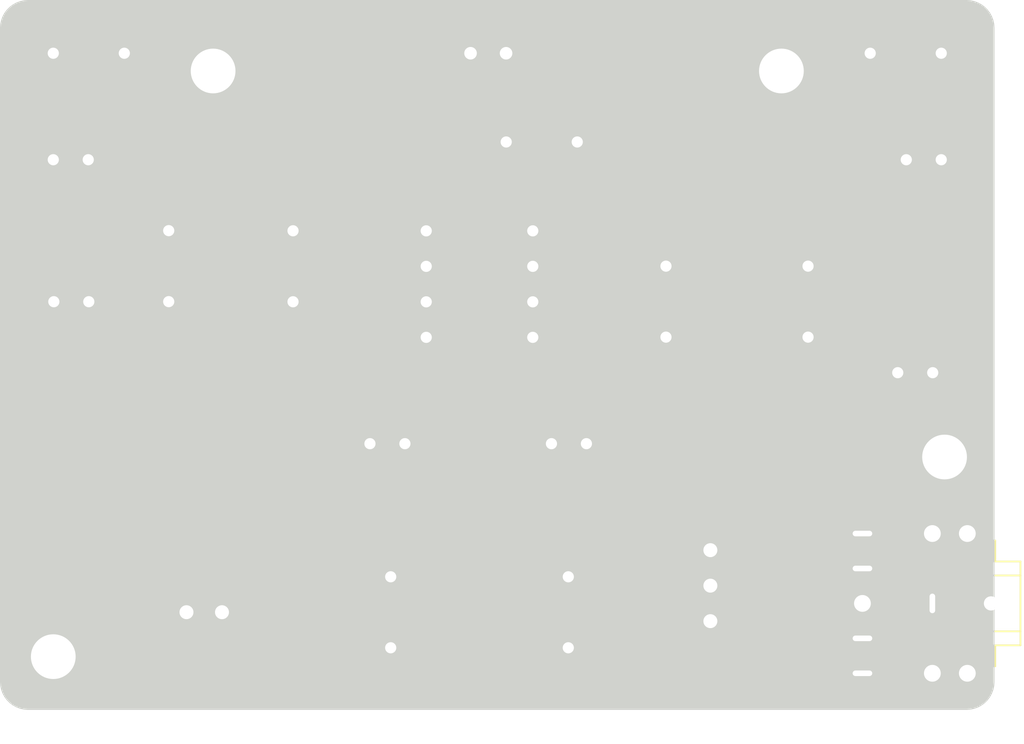
<source format=kicad_pcb>
(kicad_pcb (version 20221018) (generator pcbnew)

  (general
    (thickness 1.6)
  )

  (paper "A4")
  (layers
    (0 "F.Cu" signal)
    (31 "B.Cu" signal)
    (32 "B.Adhes" user "B.Adhesive")
    (33 "F.Adhes" user "F.Adhesive")
    (34 "B.Paste" user)
    (35 "F.Paste" user)
    (36 "B.SilkS" user "B.Silkscreen")
    (37 "F.SilkS" user "F.Silkscreen")
    (38 "B.Mask" user)
    (39 "F.Mask" user)
    (40 "Dwgs.User" user "User.Drawings")
    (41 "Cmts.User" user "User.Comments")
    (42 "Eco1.User" user "User.Eco1")
    (43 "Eco2.User" user "User.Eco2")
    (44 "Edge.Cuts" user)
    (45 "Margin" user)
    (46 "B.CrtYd" user "B.Courtyard")
    (47 "F.CrtYd" user "F.Courtyard")
    (48 "B.Fab" user)
    (49 "F.Fab" user)
    (50 "User.1" user)
    (51 "User.2" user)
    (52 "User.3" user)
    (53 "User.4" user)
    (54 "User.5" user)
    (55 "User.6" user)
    (56 "User.7" user)
    (57 "User.8" user)
    (58 "User.9" user)
  )

  (setup
    (stackup
      (layer "F.SilkS" (type "Top Silk Screen"))
      (layer "F.Paste" (type "Top Solder Paste"))
      (layer "F.Mask" (type "Top Solder Mask") (thickness 0.01))
      (layer "F.Cu" (type "copper") (thickness 0.035))
      (layer "dielectric 1" (type "core") (thickness 1.51) (material "FR4") (epsilon_r 4.5) (loss_tangent 0.02))
      (layer "B.Cu" (type "copper") (thickness 0.035))
      (layer "B.Mask" (type "Bottom Solder Mask") (thickness 0.01))
      (layer "B.Paste" (type "Bottom Solder Paste"))
      (layer "B.SilkS" (type "Bottom Silk Screen"))
      (copper_finish "None")
      (dielectric_constraints no)
    )
    (pad_to_mask_clearance 0)
    (pcbplotparams
      (layerselection 0x00010fc_ffffffff)
      (plot_on_all_layers_selection 0x0000000_00000000)
      (disableapertmacros false)
      (usegerberextensions false)
      (usegerberattributes true)
      (usegerberadvancedattributes true)
      (creategerberjobfile true)
      (dashed_line_dash_ratio 12.000000)
      (dashed_line_gap_ratio 3.000000)
      (svgprecision 4)
      (plotframeref false)
      (viasonmask false)
      (mode 1)
      (useauxorigin false)
      (hpglpennumber 1)
      (hpglpenspeed 20)
      (hpglpendiameter 15.000000)
      (dxfpolygonmode true)
      (dxfimperialunits true)
      (dxfusepcbnewfont true)
      (psnegative false)
      (psa4output false)
      (plotreference true)
      (plotvalue true)
      (plotinvisibletext false)
      (sketchpadsonfab false)
      (subtractmaskfromsilk false)
      (outputformat 1)
      (mirror false)
      (drillshape 1)
      (scaleselection 1)
      (outputdirectory "")
    )
  )

  (net 0 "")
  (net 1 "Net-(C1-Pad1)")
  (net 2 "Net-(C1-Pad2)")
  (net 3 "Net-(C2-Pad1)")
  (net 4 "Net-(C2-Pad2)")
  (net 5 "Net-(J1-Pin_2)")
  (net 6 "Net-(J1-Pin_6)")
  (net 7 "+BATT")
  (net 8 "-BATT")
  (net 9 "Net-(J1-Pin_1)")
  (net 10 "Net-(J1-Pin_7)")
  (net 11 "Net-(D1-A)")
  (net 12 "/Virtual_Ground")
  (net 13 "Net-(C3-Pad1)")
  (net 14 "Net-(C4-Pad1)")
  (net 15 "Net-(J4-Pin_2)")
  (net 16 "Net-(J4-Pin_3)")

  (footprint "Capacitor_THT:CP_Radial_D5.0mm_P2.50mm" (layer "F.Cu") (at 54.65 123.19))

  (footprint "Capacitor_THT:CP_Radial_D5.0mm_P2.50mm" (layer "F.Cu") (at 54.61 113.03))

  (footprint "MountingHole:MountingHole_3.2mm_M3" (layer "F.Cu") (at 118.347588 134.30438))

  (footprint "Resistor_THT:R_Box_L8.4mm_W2.5mm_P5.08mm" (layer "F.Cu") (at 98.425 125.725 90))

  (footprint "Capacitor_THT:CP_Radial_D5.0mm_P2.50mm" (layer "F.Cu") (at 77.256 133.35))

  (footprint "Capacitor_THT:CP_Radial_D5.0mm_P2.50mm" (layer "F.Cu") (at 114.999888 128.27))

  (footprint "MountingHole:MountingHole_3.2mm_M3" (layer "F.Cu") (at 54.61 148.59))

  (footprint "Capacitor_THT:CP_Radial_D5.0mm_P2.50mm" (layer "F.Cu") (at 90.234888 133.35))

  (footprint "Resistor_THT:R_Box_L8.4mm_W2.5mm_P5.08mm" (layer "F.Cu") (at 71.755 118.115 -90))

  (footprint "Resistor_THT:R_Box_L8.4mm_W2.5mm_P5.08mm" (layer "F.Cu") (at 91.44 142.875 -90))

  (footprint "MountingHole:MountingHole_3.2mm_M3" (layer "F.Cu") (at 66.04 106.68))

  (footprint "Connector_PinHeader_2.54mm:PinHeader_1x03_P2.54mm_Vertical" (layer "F.Cu") (at 101.6 140.97))

  (footprint "Inductor_THT:L_Axial_L7.0mm_D3.3mm_P5.08mm_Vertical_Fastron_MICC" (layer "F.Cu") (at 118.11 105.41 180))

  (footprint "Package_DIP:DIP-8_W7.62mm_Socket" (layer "F.Cu") (at 81.28 118.12))

  (footprint "Inductor_THT:L_Axial_L7.0mm_D3.3mm_P5.08mm_Vertical_Fastron_MICC" (layer "F.Cu") (at 54.61 105.41))

  (footprint "Resistor_THT:R_Box_L8.4mm_W2.5mm_P5.08mm" (layer "F.Cu") (at 78.74 147.955 90))

  (footprint "Resistor_THT:R_Box_L8.4mm_W2.5mm_P5.08mm" (layer "F.Cu") (at 108.585 125.725 90))

  (footprint "Resistor_THT:R_Box_L8.4mm_W2.5mm_P5.08mm" (layer "F.Cu") (at 87 111.76))

  (footprint "Capacitor_THT:CP_Radial_D5.0mm_P2.50mm" (layer "F.Cu") (at 115.61 113.03))

  (footprint "Connector_Audio:Jack_3.5mm_CUI_SJ1-3525N_Horizontal" (layer "F.Cu") (at 117.475 144.78 90))

  (footprint "Resistor_THT:R_Box_L8.4mm_W2.5mm_P5.08mm" (layer "F.Cu") (at 62.865 123.185 90))

  (footprint "Connector_PinHeader_2.54mm:PinHeader_1x02_P2.54mm_Vertical" (layer "F.Cu") (at 64.135 145.41 90))

  (footprint "MountingHole:MountingHole_3.2mm_M3" (layer "F.Cu") (at 106.68 106.68))

  (footprint "LED_THT:LED_D4.0mm" (layer "F.Cu") (at 84.45 105.41))

  (segment (start 54.61 116.205) (end 56.515 118.11) (width 1) (layer "F.Cu") (net 1) (tstamp 125278de-3ca4-42ec-a3dd-26c7ef4551fd))
  (segment (start 54.61 113.03) (end 54.61 116.205) (width 1) (layer "F.Cu") (net 1) (tstamp 54824799-21c7-4677-809a-a56be0949478))
  (segment (start 56.515 118.11) (end 56.52 118.105) (width 1) (layer "F.Cu") (net 1) (tstamp fbafa6ec-038b-494b-b12e-ec5df12c5a57))
  (segment (start 56.52 118.105) (end 62.865 118.105) (width 1) (layer "F.Cu") (net 1) (tstamp feaedf98-b6b0-4e57-85c5-2fb7300395d7))
  (segment (start 54.61 107.315) (end 57.15 109.855) (width 1) (layer "F.Cu") (net 2) (tstamp 1a430554-b4fa-4da0-b7b4-57a644c4d520))
  (segment (start 57.11 109.895) (end 57.11 113.03) (width 1) (layer "F.Cu") (net 2) (tstamp 5da0711a-6fdb-4e3e-9112-97d2832bdb3e))
  (segment (start 57.15 109.855) (end 57.11 109.895) (width 1) (layer "F.Cu") (net 2) (tstamp b3475a64-4a8a-4fe0-8544-4f83aa8af457))
  (segment (start 54.61 105.41) (end 54.61 107.315) (width 1) (layer "F.Cu") (net 2) (tstamp c7ff68e4-e061-49e3-8497-206223fae2cb))
  (segment (start 115.61 113.03) (end 115.61 116.165) (width 1) (layer "F.Cu") (net 3) (tstamp 0a139d14-fefb-4bca-9f16-bfb875e9e7d6))
  (segment (start 111.12 120.645) (end 108.585 120.645) (width 1) (layer "F.Cu") (net 3) (tstamp 5714c558-f79d-402f-afd5-3e0111a2f72b))
  (segment (start 111.125 120.65) (end 111.12 120.645) (width 1) (layer "F.Cu") (net 3) (tstamp 780f8d43-58a5-4888-8167-e5152a1d8983))
  (segment (start 115.61 116.165) (end 111.125 120.65) (width 1) (layer "F.Cu") (net 3) (tstamp 80f5020a-f932-4a5e-be34-dd87378c3f0a))
  (segment (start 118.11 113.03) (end 118.11 105.41) (width 1) (layer "F.Cu") (net 4) (tstamp b2baa72f-5699-4c41-8e7b-d6b34d2e77d8))
  (segment (start 62.865 123.185) (end 57.155 123.185) (width 1) (layer "F.Cu") (net 5) (tstamp 17480858-4e43-4f5e-b2ea-d81ed2f3a00e))
  (segment (start 57.155 123.185) (end 57.15 123.19) (width 1) (layer "F.Cu") (net 5) (tstamp 1d68535c-550a-43aa-8cd5-40c45671bf75))
  (segment (start 71.755 123.195) (end 62.875 123.195) (width 1) (layer "F.Cu") (net 5) (tstamp 4755fe81-d25d-49e0-9e58-6347b4ff57e6))
  (segment (start 81.28 120.66) (end 74.29 120.66) (width 1) (layer "F.Cu") (net 5) (tstamp 84eab3c0-e650-4934-a265-a5795d952224))
  (segment (start 74.29 120.66) (end 71.755 123.195) (width 1) (layer "F.Cu") (net 5) (tstamp 9e5089c5-3185-4dd5-9db8-cd119f2847eb))
  (segment (start 62.875 123.195) (end 62.865 123.185) (width 1) (layer "F.Cu") (net 5) (tstamp c7f0d094-9edf-46c6-b4cc-6d693bae515b))
  (segment (start 108.585 125.725) (end 98.425 125.725) (width 1) (layer "F.Cu") (net 6) (tstamp 92989e3c-3f73-4cca-ae8e-c09028595d2a))
  (segment (start 88.9 123.2) (end 95.9 123.2) (width 1) (layer "F.Cu") (net 6) (tstamp 984ce6cc-626d-4ca7-b689-57d92eaf47b0))
  (segment (start 117.499888 127.024888) (end 116.2 125.725) (width 1) (layer "F.Cu") (net 6) (tstamp a8460a95-581e-4628-834b-9fefbb5f9620))
  (segment (start 116.2 125.725) (end 108.585 125.725) (width 1) (layer "F.Cu") (net 6) (tstamp ade01caa-eccf-47f9-b88b-f3e60c3ca7cc))
  (segment (start 117.499888 128.27) (end 117.499888 127.024888) (width 1) (layer "F.Cu") (net 6) (tstamp c731e026-9370-458d-9317-8b42d560e5ec))
  (segment (start 95.9 123.2) (end 98.425 125.725) (width 1) (layer "F.Cu") (net 6) (tstamp c988becf-176c-4822-931e-3ef48d6aadb8))
  (segment (start 77.256 129.764) (end 81.28 125.74) (width 1) (layer "B.Cu") (net 7) (tstamp 1b4a389b-701a-4509-9ac2-8667e3bf8df9))
  (segment (start 73.025 133.35) (end 77.256 133.35) (width 1) (layer "B.Cu") (net 7) (tstamp 44b9fd67-bfa0-400e-afbd-5a4348bdb6c2))
  (segment (start 64.135 142.24) (end 73.025 133.35) (width 1) (layer "B.Cu") (net 7) (tstamp 5391e6dd-0be7-41ed-a1b7-5387c611770a))
  (segment (start 77.256 133.35) (end 77.256 129.764) (width 1) (layer "B.Cu") (net 7) (tstamp 8fa6aa8b-9117-44f9-a2da-842ebbe0a03f))
  (segment (start 77.256 141.391) (end 78.74 142.875) (width 1) (layer "B.Cu") (net 7) (tstamp aa66ce6c-1507-4c37-8aaf-011a013eb99e))
  (segment (start 64.135 145.41) (end 64.135 142.24) (width 1) (layer "B.Cu") (net 7) (tstamp b0d487c1-c91a-43fa-b006-734bd8f860db))
  (segment (start 77.256 133.35) (end 77.256 141.391) (width 1) (layer "B.Cu") (net 7) (tstamp febd4451-0cba-4e3b-8b5c-c67edd958434))
  (segment (start 66.68 145.415) (end 88.9 145.415) (width 1) (layer "F.Cu") (net 8) (tstamp 191e3239-284d-430b-a9e9-a778fdac90a8))
  (segment (start 88.9 145.415) (end 91.44 142.875) (width 1) (layer "F.Cu") (net 8) (tstamp 1e7635e9-a4c6-4764-a8b6-1af636b07bea))
  (segment (start 84.45 105.41) (end 84.45 113.66) (width 1) (layer "F.Cu") (net 8) (tstamp 5dea4cf7-39a9-4f7a-8396-1ae205a5c7a6))
  (segment (start 84.45 113.66) (end 84.455 113.665) (width 1) (layer "F.Cu") (net 8) (tstamp 60e31749-b0a3-465c-9a66-c36a03b728af))

... [441350 chars truncated]
</source>
